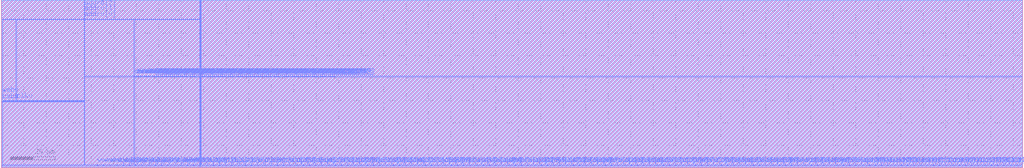
<source format=lef>
VERSION 5.4 ;
NAMESCASESENSITIVE ON ;
BUSBITCHARS "[]" ;
DIVIDERCHAR "/" ;
UNITS
  DATABASE MICRONS 2000 ;
END UNITS
MACRO mp3_data_array_1
   CLASS BLOCK ;
   SIZE 454.295 BY 74.9325 ;
   SYMMETRY X Y R90 ;
   PIN din0[0]
      DIRECTION INPUT ;
      PORT
         LAYER metal3 ;
         RECT  88.43 1.0375 88.565 1.1725 ;
      END
   END din0[0]
   PIN din0[1]
      DIRECTION INPUT ;
      PORT
         LAYER metal3 ;
         RECT  91.29 1.0375 91.425 1.1725 ;
      END
   END din0[1]
   PIN din0[2]
      DIRECTION INPUT ;
      PORT
         LAYER metal3 ;
         RECT  94.15 1.0375 94.285 1.1725 ;
      END
   END din0[2]
   PIN din0[3]
      DIRECTION INPUT ;
      PORT
         LAYER metal3 ;
         RECT  97.01 1.0375 97.145 1.1725 ;
      END
   END din0[3]
   PIN din0[4]
      DIRECTION INPUT ;
      PORT
         LAYER metal3 ;
         RECT  99.87 1.0375 100.005 1.1725 ;
      END
   END din0[4]
   PIN din0[5]
      DIRECTION INPUT ;
      PORT
         LAYER metal3 ;
         RECT  102.73 1.0375 102.865 1.1725 ;
      END
   END din0[5]
   PIN din0[6]
      DIRECTION INPUT ;
      PORT
         LAYER metal3 ;
         RECT  105.59 1.0375 105.725 1.1725 ;
      END
   END din0[6]
   PIN din0[7]
      DIRECTION INPUT ;
      PORT
         LAYER metal3 ;
         RECT  108.45 1.0375 108.585 1.1725 ;
      END
   END din0[7]
   PIN din0[8]
      DIRECTION INPUT ;
      PORT
         LAYER metal3 ;
         RECT  111.31 1.0375 111.445 1.1725 ;
      END
   END din0[8]
   PIN din0[9]
      DIRECTION INPUT ;
      PORT
         LAYER metal3 ;
         RECT  114.17 1.0375 114.305 1.1725 ;
      END
   END din0[9]
   PIN din0[10]
      DIRECTION INPUT ;
      PORT
         LAYER metal3 ;
         RECT  117.03 1.0375 117.165 1.1725 ;
      END
   END din0[10]
   PIN din0[11]
      DIRECTION INPUT ;
      PORT
         LAYER metal3 ;
         RECT  119.89 1.0375 120.025 1.1725 ;
      END
   END din0[11]
   PIN din0[12]
      DIRECTION INPUT ;
      PORT
         LAYER metal3 ;
         RECT  122.75 1.0375 122.885 1.1725 ;
      END
   END din0[12]
   PIN din0[13]
      DIRECTION INPUT ;
      PORT
         LAYER metal3 ;
         RECT  125.61 1.0375 125.745 1.1725 ;
      END
   END din0[13]
   PIN din0[14]
      DIRECTION INPUT ;
      PORT
         LAYER metal3 ;
         RECT  128.47 1.0375 128.605 1.1725 ;
      END
   END din0[14]
   PIN din0[15]
      DIRECTION INPUT ;
      PORT
         LAYER metal3 ;
         RECT  131.33 1.0375 131.465 1.1725 ;
      END
   END din0[15]
   PIN din0[16]
      DIRECTION INPUT ;
      PORT
         LAYER metal3 ;
         RECT  134.19 1.0375 134.325 1.1725 ;
      END
   END din0[16]
   PIN din0[17]
      DIRECTION INPUT ;
      PORT
         LAYER metal3 ;
         RECT  137.05 1.0375 137.185 1.1725 ;
      END
   END din0[17]
   PIN din0[18]
      DIRECTION INPUT ;
      PORT
         LAYER metal3 ;
         RECT  139.91 1.0375 140.045 1.1725 ;
      END
   END din0[18]
   PIN din0[19]
      DIRECTION INPUT ;
      PORT
         LAYER metal3 ;
         RECT  142.77 1.0375 142.905 1.1725 ;
      END
   END din0[19]
   PIN din0[20]
      DIRECTION INPUT ;
      PORT
         LAYER metal3 ;
         RECT  145.63 1.0375 145.765 1.1725 ;
      END
   END din0[20]
   PIN din0[21]
      DIRECTION INPUT ;
      PORT
         LAYER metal3 ;
         RECT  148.49 1.0375 148.625 1.1725 ;
      END
   END din0[21]
   PIN din0[22]
      DIRECTION INPUT ;
      PORT
         LAYER metal3 ;
         RECT  151.35 1.0375 151.485 1.1725 ;
      END
   END din0[22]
   PIN din0[23]
      DIRECTION INPUT ;
      PORT
         LAYER metal3 ;
         RECT  154.21 1.0375 154.345 1.1725 ;
      END
   END din0[23]
   PIN din0[24]
      DIRECTION INPUT ;
      PORT
         LAYER metal3 ;
         RECT  157.07 1.0375 157.205 1.1725 ;
      END
   END din0[24]
   PIN din0[25]
      DIRECTION INPUT ;
      PORT
         LAYER metal3 ;
         RECT  159.93 1.0375 160.065 1.1725 ;
      END
   END din0[25]
   PIN din0[26]
      DIRECTION INPUT ;
      PORT
         LAYER metal3 ;
         RECT  162.79 1.0375 162.925 1.1725 ;
      END
   END din0[26]
   PIN din0[27]
      DIRECTION INPUT ;
      PORT
         LAYER metal3 ;
         RECT  165.65 1.0375 165.785 1.1725 ;
      END
   END din0[27]
   PIN din0[28]
      DIRECTION INPUT ;
      PORT
         LAYER metal3 ;
         RECT  168.51 1.0375 168.645 1.1725 ;
      END
   END din0[28]
   PIN din0[29]
      DIRECTION INPUT ;
      PORT
         LAYER metal3 ;
         RECT  171.37 1.0375 171.505 1.1725 ;
      END
   END din0[29]
   PIN din0[30]
      DIRECTION INPUT ;
      PORT
         LAYER metal3 ;
         RECT  174.23 1.0375 174.365 1.1725 ;
      END
   END din0[30]
   PIN din0[31]
      DIRECTION INPUT ;
      PORT
         LAYER metal3 ;
         RECT  177.09 1.0375 177.225 1.1725 ;
      END
   END din0[31]
   PIN din0[32]
      DIRECTION INPUT ;
      PORT
         LAYER metal3 ;
         RECT  179.95 1.0375 180.085 1.1725 ;
      END
   END din0[32]
   PIN din0[33]
      DIRECTION INPUT ;
      PORT
         LAYER metal3 ;
         RECT  182.81 1.0375 182.945 1.1725 ;
      END
   END din0[33]
   PIN din0[34]
      DIRECTION INPUT ;
      PORT
         LAYER metal3 ;
         RECT  185.67 1.0375 185.805 1.1725 ;
      END
   END din0[34]
   PIN din0[35]
      DIRECTION INPUT ;
      PORT
         LAYER metal3 ;
         RECT  188.53 1.0375 188.665 1.1725 ;
      END
   END din0[35]
   PIN din0[36]
      DIRECTION INPUT ;
      PORT
         LAYER metal3 ;
         RECT  191.39 1.0375 191.525 1.1725 ;
      END
   END din0[36]
   PIN din0[37]
      DIRECTION INPUT ;
      PORT
         LAYER metal3 ;
         RECT  194.25 1.0375 194.385 1.1725 ;
      END
   END din0[37]
   PIN din0[38]
      DIRECTION INPUT ;
      PORT
         LAYER metal3 ;
         RECT  197.11 1.0375 197.245 1.1725 ;
      END
   END din0[38]
   PIN din0[39]
      DIRECTION INPUT ;
      PORT
         LAYER metal3 ;
         RECT  199.97 1.0375 200.105 1.1725 ;
      END
   END din0[39]
   PIN din0[40]
      DIRECTION INPUT ;
      PORT
         LAYER metal3 ;
         RECT  202.83 1.0375 202.965 1.1725 ;
      END
   END din0[40]
   PIN din0[41]
      DIRECTION INPUT ;
      PORT
         LAYER metal3 ;
         RECT  205.69 1.0375 205.825 1.1725 ;
      END
   END din0[41]
   PIN din0[42]
      DIRECTION INPUT ;
      PORT
         LAYER metal3 ;
         RECT  208.55 1.0375 208.685 1.1725 ;
      END
   END din0[42]
   PIN din0[43]
      DIRECTION INPUT ;
      PORT
         LAYER metal3 ;
         RECT  211.41 1.0375 211.545 1.1725 ;
      END
   END din0[43]
   PIN din0[44]
      DIRECTION INPUT ;
      PORT
         LAYER metal3 ;
         RECT  214.27 1.0375 214.405 1.1725 ;
      END
   END din0[44]
   PIN din0[45]
      DIRECTION INPUT ;
      PORT
         LAYER metal3 ;
         RECT  217.13 1.0375 217.265 1.1725 ;
      END
   END din0[45]
   PIN din0[46]
      DIRECTION INPUT ;
      PORT
         LAYER metal3 ;
         RECT  219.99 1.0375 220.125 1.1725 ;
      END
   END din0[46]
   PIN din0[47]
      DIRECTION INPUT ;
      PORT
         LAYER metal3 ;
         RECT  222.85 1.0375 222.985 1.1725 ;
      END
   END din0[47]
   PIN din0[48]
      DIRECTION INPUT ;
      PORT
         LAYER metal3 ;
         RECT  225.71 1.0375 225.845 1.1725 ;
      END
   END din0[48]
   PIN din0[49]
      DIRECTION INPUT ;
      PORT
         LAYER metal3 ;
         RECT  228.57 1.0375 228.705 1.1725 ;
      END
   END din0[49]
   PIN din0[50]
      DIRECTION INPUT ;
      PORT
         LAYER metal3 ;
         RECT  231.43 1.0375 231.565 1.1725 ;
      END
   END din0[50]
   PIN din0[51]
      DIRECTION INPUT ;
      PORT
         LAYER metal3 ;
         RECT  234.29 1.0375 234.425 1.1725 ;
      END
   END din0[51]
   PIN din0[52]
      DIRECTION INPUT ;
      PORT
         LAYER metal3 ;
         RECT  237.15 1.0375 237.285 1.1725 ;
      END
   END din0[52]
   PIN din0[53]
      DIRECTION INPUT ;
      PORT
         LAYER metal3 ;
         RECT  240.01 1.0375 240.145 1.1725 ;
      END
   END din0[53]
   PIN din0[54]
      DIRECTION INPUT ;
      PORT
         LAYER metal3 ;
         RECT  242.87 1.0375 243.005 1.1725 ;
      END
   END din0[54]
   PIN din0[55]
      DIRECTION INPUT ;
      PORT
         LAYER metal3 ;
         RECT  245.73 1.0375 245.865 1.1725 ;
      END
   END din0[55]
   PIN din0[56]
      DIRECTION INPUT ;
      PORT
         LAYER metal3 ;
         RECT  248.59 1.0375 248.725 1.1725 ;
      END
   END din0[56]
   PIN din0[57]
      DIRECTION INPUT ;
      PORT
         LAYER metal3 ;
         RECT  251.45 1.0375 251.585 1.1725 ;
      END
   END din0[57]
   PIN din0[58]
      DIRECTION INPUT ;
      PORT
         LAYER metal3 ;
         RECT  254.31 1.0375 254.445 1.1725 ;
      END
   END din0[58]
   PIN din0[59]
      DIRECTION INPUT ;
      PORT
         LAYER metal3 ;
         RECT  257.17 1.0375 257.305 1.1725 ;
      END
   END din0[59]
   PIN din0[60]
      DIRECTION INPUT ;
      PORT
         LAYER metal3 ;
         RECT  260.03 1.0375 260.165 1.1725 ;
      END
   END din0[60]
   PIN din0[61]
      DIRECTION INPUT ;
      PORT
         LAYER metal3 ;
         RECT  262.89 1.0375 263.025 1.1725 ;
      END
   END din0[61]
   PIN din0[62]
      DIRECTION INPUT ;
      PORT
         LAYER metal3 ;
         RECT  265.75 1.0375 265.885 1.1725 ;
      END
   END din0[62]
   PIN din0[63]
      DIRECTION INPUT ;
      PORT
         LAYER metal3 ;
         RECT  268.61 1.0375 268.745 1.1725 ;
      END
   END din0[63]
   PIN din0[64]
      DIRECTION INPUT ;
      PORT
         LAYER metal3 ;
         RECT  271.47 1.0375 271.605 1.1725 ;
      END
   END din0[64]
   PIN din0[65]
      DIRECTION INPUT ;
      PORT
         LAYER metal3 ;
         RECT  274.33 1.0375 274.465 1.1725 ;
      END
   END din0[65]
   PIN din0[66]
      DIRECTION INPUT ;
      PORT
         LAYER metal3 ;
         RECT  277.19 1.0375 277.325 1.1725 ;
      END
   END din0[66]
   PIN din0[67]
      DIRECTION INPUT ;
      PORT
         LAYER metal3 ;
         RECT  280.05 1.0375 280.185 1.1725 ;
      END
   END din0[67]
   PIN din0[68]
      DIRECTION INPUT ;
      PORT
         LAYER metal3 ;
         RECT  282.91 1.0375 283.045 1.1725 ;
      END
   END din0[68]
   PIN din0[69]
      DIRECTION INPUT ;
      PORT
         LAYER metal3 ;
         RECT  285.77 1.0375 285.905 1.1725 ;
      END
   END din0[69]
   PIN din0[70]
      DIRECTION INPUT ;
      PORT
         LAYER metal3 ;
         RECT  288.63 1.0375 288.765 1.1725 ;
      END
   END din0[70]
   PIN din0[71]
      DIRECTION INPUT ;
      PORT
         LAYER metal3 ;
         RECT  291.49 1.0375 291.625 1.1725 ;
      END
   END din0[71]
   PIN din0[72]
      DIRECTION INPUT ;
      PORT
         LAYER metal3 ;
         RECT  294.35 1.0375 294.485 1.1725 ;
      END
   END din0[72]
   PIN din0[73]
      DIRECTION INPUT ;
      PORT
         LAYER metal3 ;
         RECT  297.21 1.0375 297.345 1.1725 ;
      END
   END din0[73]
   PIN din0[74]
      DIRECTION INPUT ;
      PORT
         LAYER metal3 ;
         RECT  300.07 1.0375 300.205 1.1725 ;
      END
   END din0[74]
   PIN din0[75]
      DIRECTION INPUT ;
      PORT
         LAYER metal3 ;
         RECT  302.93 1.0375 303.065 1.1725 ;
      END
   END din0[75]
   PIN din0[76]
      DIRECTION INPUT ;
      PORT
         LAYER metal3 ;
         RECT  305.79 1.0375 305.925 1.1725 ;
      END
   END din0[76]
   PIN din0[77]
      DIRECTION INPUT ;
      PORT
         LAYER metal3 ;
         RECT  308.65 1.0375 308.785 1.1725 ;
      END
   END din0[77]
   PIN din0[78]
      DIRECTION INPUT ;
      PORT
         LAYER metal3 ;
         RECT  311.51 1.0375 311.645 1.1725 ;
      END
   END din0[78]
   PIN din0[79]
      DIRECTION INPUT ;
      PORT
         LAYER metal3 ;
         RECT  314.37 1.0375 314.505 1.1725 ;
      END
   END din0[79]
   PIN din0[80]
      DIRECTION INPUT ;
      PORT
         LAYER metal3 ;
         RECT  317.23 1.0375 317.365 1.1725 ;
      END
   END din0[80]
   PIN din0[81]
      DIRECTION INPUT ;
      PORT
         LAYER metal3 ;
         RECT  320.09 1.0375 320.225 1.1725 ;
      END
   END din0[81]
   PIN din0[82]
      DIRECTION INPUT ;
      PORT
         LAYER metal3 ;
         RECT  322.95 1.0375 323.085 1.1725 ;
      END
   END din0[82]
   PIN din0[83]
      DIRECTION INPUT ;
      PORT
         LAYER metal3 ;
         RECT  325.81 1.0375 325.945 1.1725 ;
      END
   END din0[83]
   PIN din0[84]
      DIRECTION INPUT ;
      PORT
         LAYER metal3 ;
         RECT  328.67 1.0375 328.805 1.1725 ;
      END
   END din0[84]
   PIN din0[85]
      DIRECTION INPUT ;
      PORT
         LAYER metal3 ;
         RECT  331.53 1.0375 331.665 1.1725 ;
      END
   END din0[85]
   PIN din0[86]
      DIRECTION INPUT ;
      PORT
         LAYER metal3 ;
         RECT  334.39 1.0375 334.525 1.1725 ;
      END
   END din0[86]
   PIN din0[87]
      DIRECTION INPUT ;
      PORT
         LAYER metal3 ;
         RECT  337.25 1.0375 337.385 1.1725 ;
      END
   END din0[87]
   PIN din0[88]
      DIRECTION INPUT ;
      PORT
         LAYER metal3 ;
         RECT  340.11 1.0375 340.245 1.1725 ;
      END
   END din0[88]
   PIN din0[89]
      DIRECTION INPUT ;
      PORT
         LAYER metal3 ;
         RECT  342.97 1.0375 343.105 1.1725 ;
      END
   END din0[89]
   PIN din0[90]
      DIRECTION INPUT ;
      PORT
         LAYER metal3 ;
         RECT  345.83 1.0375 345.965 1.1725 ;
      END
   END din0[90]
   PIN din0[91]
      DIRECTION INPUT ;
      PORT
         LAYER metal3 ;
         RECT  348.69 1.0375 348.825 1.1725 ;
      END
   END din0[91]
   PIN din0[92]
      DIRECTION INPUT ;
      PORT
         LAYER metal3 ;
         RECT  351.55 1.0375 351.685 1.1725 ;
      END
   END din0[92]
   PIN din0[93]
      DIRECTION INPUT ;
      PORT
         LAYER metal3 ;
         RECT  354.41 1.0375 354.545 1.1725 ;
      END
   END din0[93]
   PIN din0[94]
      DIRECTION INPUT ;
      PORT
         LAYER metal3 ;
         RECT  357.27 1.0375 357.405 1.1725 ;
      END
   END din0[94]
   PIN din0[95]
      DIRECTION INPUT ;
      PORT
         LAYER metal3 ;
         RECT  360.13 1.0375 360.265 1.1725 ;
      END
   END din0[95]
   PIN din0[96]
      DIRECTION INPUT ;
      PORT
         LAYER metal3 ;
         RECT  362.99 1.0375 363.125 1.1725 ;
      END
   END din0[96]
   PIN din0[97]
      DIRECTION INPUT ;
      PORT
         LAYER metal3 ;
         RECT  365.85 1.0375 365.985 1.1725 ;
      END
   END din0[97]
   PIN din0[98]
      DIRECTION INPUT ;
      PORT
         LAYER metal3 ;
         RECT  368.71 1.0375 368.845 1.1725 ;
      END
   END din0[98]
   PIN din0[99]
      DIRECTION INPUT ;
      PORT
         LAYER metal3 ;
         RECT  371.57 1.0375 371.705 1.1725 ;
      END
   END din0[99]
   PIN din0[100]
      DIRECTION INPUT ;
      PORT
         LAYER metal3 ;
         RECT  374.43 1.0375 374.565 1.1725 ;
      END
   END din0[100]
   PIN din0[101]
      DIRECTION INPUT ;
      PORT
         LAYER metal3 ;
         RECT  377.29 1.0375 377.425 1.1725 ;
      END
   END din0[101]
   PIN din0[102]
      DIRECTION INPUT ;
      PORT
         LAYER metal3 ;
         RECT  380.15 1.0375 380.285 1.1725 ;
      END
   END din0[102]
   PIN din0[103]
      DIRECTION INPUT ;
      PORT
         LAYER metal3 ;
         RECT  383.01 1.0375 383.145 1.1725 ;
      END
   END din0[103]
   PIN din0[104]
      DIRECTION INPUT ;
      PORT
         LAYER metal3 ;
         RECT  385.87 1.0375 386.005 1.1725 ;
      END
   END din0[104]
   PIN din0[105]
      DIRECTION INPUT ;
      PORT
         LAYER metal3 ;
         RECT  388.73 1.0375 388.865 1.1725 ;
      END
   END din0[105]
   PIN din0[106]
      DIRECTION INPUT ;
      PORT
         LAYER metal3 ;
         RECT  391.59 1.0375 391.725 1.1725 ;
      END
   END din0[106]
   PIN din0[107]
      DIRECTION INPUT ;
      PORT
         LAYER metal3 ;
         RECT  394.45 1.0375 394.585 1.1725 ;
      END
   END din0[107]
   PIN din0[108]
      DIRECTION INPUT ;
      PORT
         LAYER metal3 ;
         RECT  397.31 1.0375 397.445 1.1725 ;
      END
   END din0[108]
   PIN din0[109]
      DIRECTION INPUT ;
      PORT
         LAYER metal3 ;
         RECT  400.17 1.0375 400.305 1.1725 ;
      END
   END din0[109]
   PIN din0[110]
      DIRECTION INPUT ;
      PORT
         LAYER metal3 ;
         RECT  403.03 1.0375 403.165 1.1725 ;
      END
   END din0[110]
   PIN din0[111]
      DIRECTION INPUT ;
      PORT
         LAYER metal3 ;
         RECT  405.89 1.0375 406.025 1.1725 ;
      END
   END din0[111]
   PIN din0[112]
      DIRECTION INPUT ;
      PORT
         LAYER metal3 ;
         RECT  408.75 1.0375 408.885 1.1725 ;
      END
   END din0[112]
   PIN din0[113]
      DIRECTION INPUT ;
      PORT
         LAYER metal3 ;
         RECT  411.61 1.0375 411.745 1.1725 ;
      END
   END din0[113]
   PIN din0[114]
      DIRECTION INPUT ;
      PORT
         LAYER metal3 ;
         RECT  414.47 1.0375 414.605 1.1725 ;
      END
   END din0[114]
   PIN din0[115]
      DIRECTION INPUT ;
      PORT
         LAYER metal3 ;
         RECT  417.33 1.0375 417.465 1.1725 ;
      END
   END din0[115]
   PIN din0[116]
      DIRECTION INPUT ;
      PORT
         LAYER metal3 ;
         RECT  420.19 1.0375 420.325 1.1725 ;
      END
   END din0[116]
   PIN din0[117]
      DIRECTION INPUT ;
      PORT
         LAYER metal3 ;
         RECT  423.05 1.0375 423.185 1.1725 ;
      END
   END din0[117]
   PIN din0[118]
      DIRECTION INPUT ;
      PORT
         LAYER metal3 ;
         RECT  425.91 1.0375 426.045 1.1725 ;
      END
   END din0[118]
   PIN din0[119]
      DIRECTION INPUT ;
      PORT
         LAYER metal3 ;
         RECT  428.77 1.0375 428.905 1.1725 ;
      END
   END din0[119]
   PIN din0[120]
      DIRECTION INPUT ;
      PORT
         LAYER metal3 ;
         RECT  431.63 1.0375 431.765 1.1725 ;
      END
   END din0[120]
   PIN din0[121]
      DIRECTION INPUT ;
      PORT
         LAYER metal3 ;
         RECT  434.49 1.0375 434.625 1.1725 ;
      END
   END din0[121]
   PIN din0[122]
      DIRECTION INPUT ;
      PORT
         LAYER metal3 ;
         RECT  437.35 1.0375 437.485 1.1725 ;
      END
   END din0[122]
   PIN din0[123]
      DIRECTION INPUT ;
      PORT
         LAYER metal3 ;
         RECT  440.21 1.0375 440.345 1.1725 ;
      END
   END din0[123]
   PIN din0[124]
      DIRECTION INPUT ;
      PORT
         LAYER metal3 ;
         RECT  443.07 1.0375 443.205 1.1725 ;
      END
   END din0[124]
   PIN din0[125]
      DIRECTION INPUT ;
      PORT
         LAYER metal3 ;
         RECT  445.93 1.0375 446.065 1.1725 ;
      END
   END din0[125]
   PIN din0[126]
      DIRECTION INPUT ;
      PORT
         LAYER metal3 ;
         RECT  448.79 1.0375 448.925 1.1725 ;
      END
   END din0[126]
   PIN din0[127]
      DIRECTION INPUT ;
      PORT
         LAYER metal3 ;
         RECT  451.65 1.0375 451.785 1.1725 ;
      END
   END din0[127]
   PIN addr0[0]
      DIRECTION INPUT ;
      PORT
         LAYER metal3 ;
         RECT  36.95 66.09 37.085 66.225 ;
      END
   END addr0[0]
   PIN addr0[1]
      DIRECTION INPUT ;
      PORT
         LAYER metal3 ;
         RECT  36.95 68.82 37.085 68.955 ;
      END
   END addr0[1]
   PIN addr0[2]
      DIRECTION INPUT ;
      PORT
         LAYER metal3 ;
         RECT  36.95 71.03 37.085 71.165 ;
      END
   END addr0[2]
   PIN addr0[3]
      DIRECTION INPUT ;
      PORT
         LAYER metal3 ;
         RECT  36.95 73.76 37.085 73.895 ;
      END
   END addr0[3]
   PIN csb0
      DIRECTION INPUT ;
      PORT
         LAYER metal3 ;
         RECT  0.285 29.56 0.42 29.695 ;
      END
   END csb0
   PIN web0
      DIRECTION INPUT ;
      PORT
         LAYER metal3 ;
         RECT  0.285 32.29 0.42 32.425 ;
      END
   END web0
   PIN clk0
      DIRECTION INPUT ;
      PORT
         LAYER metal3 ;
         RECT  6.5275 29.645 6.6625 29.78 ;
      END
   END clk0
   PIN wmask0[0]
      DIRECTION INPUT ;
      PORT
         LAYER metal3 ;
         RECT  42.67 1.0375 42.805 1.1725 ;
      END
   END wmask0[0]
   PIN wmask0[1]
      DIRECTION INPUT ;
      PORT
         LAYER metal3 ;
         RECT  45.53 1.0375 45.665 1.1725 ;
      END
   END wmask0[1]
   PIN wmask0[2]
      DIRECTION INPUT ;
      PORT
         LAYER metal3 ;
         RECT  48.39 1.0375 48.525 1.1725 ;
      END
   END wmask0[2]
   PIN wmask0[3]
      DIRECTION INPUT ;
      PORT
         LAYER metal3 ;
         RECT  51.25 1.0375 51.385 1.1725 ;
      END
   END wmask0[3]
   PIN wmask0[4]
      DIRECTION INPUT ;
      PORT
         LAYER metal3 ;
         RECT  54.11 1.0375 54.245 1.1725 ;
      END
   END wmask0[4]
   PIN wmask0[5]
      DIRECTION INPUT ;
      PORT
         LAYER metal3 ;
         RECT  56.97 1.0375 57.105 1.1725 ;
      END
   END wmask0[5]
   PIN wmask0[6]
      DIRECTION INPUT ;
      PORT
         LAYER metal3 ;
         RECT  59.83 1.0375 59.965 1.1725 ;
      END
   END wmask0[6]
   PIN wmask0[7]
      DIRECTION INPUT ;
      PORT
         LAYER metal3 ;
         RECT  62.69 1.0375 62.825 1.1725 ;
      END
   END wmask0[7]
   PIN wmask0[8]
      DIRECTION INPUT ;
      PORT
         LAYER metal3 ;
         RECT  65.55 1.0375 65.685 1.1725 ;
      END
   END wmask0[8]
   PIN wmask0[9]
      DIRECTION INPUT ;
      PORT
         LAYER metal3 ;
         RECT  68.41 1.0375 68.545 1.1725 ;
      END
   END wmask0[9]
   PIN wmask0[10]
      DIRECTION INPUT ;
      PORT
         LAYER metal3 ;
         RECT  71.27 1.0375 71.405 1.1725 ;
      END
   END wmask0[10]
   PIN wmask0[11]
      DIRECTION INPUT ;
      PORT
         LAYER metal3 ;
         RECT  74.13 1.0375 74.265 1.1725 ;
      END
   END wmask0[11]
   PIN wmask0[12]
      DIRECTION INPUT ;
      PORT
         LAYER metal3 ;
         RECT  76.99 1.0375 77.125 1.1725 ;
      END
   END wmask0[12]
   PIN wmask0[13]
      DIRECTION INPUT ;
      PORT
         LAYER metal3 ;
         RECT  79.85 1.0375 79.985 1.1725 ;
      END
   END wmask0[13]
   PIN wmask0[14]
      DIRECTION INPUT ;
      PORT
         LAYER metal3 ;
         RECT  82.71 1.0375 82.845 1.1725 ;
      END
   END wmask0[14]
   PIN wmask0[15]
      DIRECTION INPUT ;
      PORT
         LAYER metal3 ;
         RECT  85.57 1.0375 85.705 1.1725 ;
      END
   END wmask0[15]
   PIN dout0[0]
      DIRECTION OUTPUT ;
      PORT
         LAYER metal3 ;
         RECT  58.995 40.7025 59.13 40.8375 ;
      END
   END dout0[0]
   PIN dout0[1]
      DIRECTION OUTPUT ;
      PORT
         LAYER metal3 ;
         RECT  59.7 40.7025 59.835 40.8375 ;
      END
   END dout0[1]
   PIN dout0[2]
      DIRECTION OUTPUT ;
      PORT
         LAYER metal3 ;
         RECT  60.405 40.7025 60.54 40.8375 ;
      END
   END dout0[2]
   PIN dout0[3]
      DIRECTION OUTPUT ;
      PORT
         LAYER metal3 ;
         RECT  61.11 40.7025 61.245 40.8375 ;
      END
   END dout0[3]
   PIN dout0[4]
      DIRECTION OUTPUT ;
      PORT
         LAYER metal3 ;
         RECT  61.815 40.7025 61.95 40.8375 ;
      END
   END dout0[4]
   PIN dout0[5]
      DIRECTION OUTPUT ;
      PORT
         LAYER metal3 ;
         RECT  62.52 40.7025 62.655 40.8375 ;
      END
   END dout0[5]
   PIN dout0[6]
      DIRECTION OUTPUT ;
      PORT
         LAYER metal3 ;
         RECT  63.225 40.7025 63.36 40.8375 ;
      END
   END dout0[6]
   PIN dout0[7]
      DIRECTION OUTPUT ;
      PORT
         LAYER metal3 ;
         RECT  63.93 40.7025 64.065 40.8375 ;
      END
   END dout0[7]
   PIN dout0[8]
      DIRECTION OUTPUT ;
      PORT
         LAYER metal3 ;
         RECT  64.635 40.7025 64.77 40.8375 ;
      END
   END dout0[8]
   PIN dout0[9]
      DIRECTION OUTPUT ;
      PORT
         LAYER metal3 ;
         RECT  65.34 40.7025 65.475 40.8375 ;
      END
   END dout0[9]
   PIN dout0[10]
      DIRECTION OUTPUT ;
      PORT
         LAYER metal3 ;
         RECT  66.045 40.7025 66.18 40.8375 ;
      END
   END dout0[10]
   PIN dout0[11]
      DIRECTION OUTPUT ;
      PORT
         LAYER metal3 ;
         RECT  66.75 40.7025 66.885 40.8375 ;
      END
   END dout0[11]
   PIN dout0[12]
      DIRECTION OUTPUT ;
      PORT
         LAYER metal3 ;
         RECT  67.455 40.7025 67.59 40.8375 ;
      END
   END dout0[12]
   PIN dout0[13]
      DIRECTION OUTPUT ;
      PORT
         LAYER metal3 ;
         RECT  68.16 40.7025 68.295 40.8375 ;
      END
   END dout0[13]
   PIN dout0[14]
      DIRECTION OUTPUT ;
      PORT
         LAYER metal3 ;
         RECT  68.865 40.7025 69.0 40.8375 ;
      END
   END dout0[14]
   PIN dout0[15]
      DIRECTION OUTPUT ;
      PORT
         LAYER metal3 ;
         RECT  69.57 40.7025 69.705 40.8375 ;
      END
   END dout0[15]
   PIN dout0[16]
      DIRECTION OUTPUT ;
      PORT
         LAYER metal3 ;
         RECT  70.275 40.7025 70.41 40.8375 ;
      END
   END dout0[16]
   PIN dout0[17]
      DIRECTION OUTPUT ;
      PORT
         LAYER metal3 ;
         RECT  70.98 40.7025 71.115 40.8375 ;
      END
   END dout0[17]
   PIN dout0[18]
      DIRECTION OUTPUT ;
      PORT
         LAYER metal3 ;
         RECT  71.685 40.7025 71.82 40.8375 ;
      END
   END dout0[18]
   PIN dout0[19]
      DIRECTION OUTPUT ;
      PORT
         LAYER metal3 ;
         RECT  72.39 40.7025 72.525 40.8375 ;
      END
   END dout0[19]
   PIN dout0[20]
      DIRECTION OUTPUT ;
      PORT
         LAYER metal3 ;
         RECT  73.095 40.7025 73.23 40.8375 ;
      END
   END dout0[20]
   PIN dout0[21]
      DIRECTION OUTPUT ;
      PORT
         LAYER metal3 ;
         RECT  73.8 40.7025 73.935 40.8375 ;
      END
   END dout0[21]
   PIN dout0[22]
      DIRECTION OUTPUT ;
      PORT
         LAYER metal3 ;
         RECT  74.505 40.7025 74.64 40.8375 ;
      END
   END dout0[22]
   PIN dout0[23]
      DIRECTION OUTPUT ;
      PORT
         LAYER metal3 ;
         RECT  75.21 40.7025 75.345 40.8375 ;
      END
   END dout0[23]
   PIN dout0[24]
      DIRECTION OUTPUT ;
      PORT
         LAYER metal3 ;
         RECT  75.915 40.7025 76.05 40.8375 ;
      END
   END dout0[24]
   PIN dout0[25]
      DIRECTION OUTPUT ;
      PORT
         LAYER metal3 ;
         RECT  76.62 40.7025 76.755 40.8375 ;
      END
   END dout0[25]
   PIN dout0[26]
      DIRECTION OUTPUT ;
      PORT
         LAYER metal3 ;
         RECT  77.325 40.7025 77.46 40.8375 ;
      END
   END dout0[26]
   PIN dout0[27]
      DIRECTION OUTPUT ;
      PORT
         LAYER metal3 ;
         RECT  78.03 40.7025 78.165 40.8375 ;
      END
   END dout0[27]
   PIN dout0[28]
      DIRECTION OUTPUT ;
      PORT
         LAYER metal3 ;
         RECT  78.735 40.7025 78.87 40.8375 ;
      END
   END dout0[28]
   PIN dout0[29]
      DIRECTION OUTPUT ;
      PORT
         LAYER metal3 ;
         RECT  79.44 40.7025 79.575 40.8375 ;
      END
   END dout0[29]
   PIN dout0[30]
      DIRECTION OUTPUT ;
      PORT
         LAYER metal3 ;
         RECT  80.145 40.7025 80.28 40.8375 ;
      END
   END dout0[30]
   PIN dout0[31]
      DIRECTION OUTPUT ;
      PORT
         LAYER metal3 ;
         RECT  80.85 40.7025 80.985 40.8375 ;
      END
   END dout0[31]
   PIN dout0[32]
      DIRECTION OUTPUT ;
      PORT
         LAYER metal3 ;
         RECT  81.555 40.7025 81.69 40.8375 ;
      END
   END dout0[32]
   PIN dout0[33]
      DIRECTION OUTPUT ;
      PORT
         LAYER metal3 ;
         RECT  82.26 40.7025 82.395 40.8375 ;
      END
   END dout0[33]
   PIN dout0[34]
      DIRECTION OUTPUT ;
      PORT
         LAYER metal3 ;
         RECT  82.965 40.7025 83.1 40.8375 ;
      END
   END dout0[34]
   PIN dout0[35]
      DIRECTION OUTPUT ;
      PORT
         LAYER metal3 ;
         RECT  83.67 40.7025 83.805 40.8375 ;
      END
   END dout0[35]
   PIN dout0[36]
      DIRECTION OUTPUT ;
      PORT
         LAYER metal3 ;
         RECT  84.375 40.7025 84.51 40.8375 ;
      END
   END dout0[36]
   PIN dout0[37]
      DIRECTION OUTPUT ;
      PORT
         LAYER metal3 ;
         RECT  85.08 40.7025 85.215 40.8375 ;
      END
   END dout0[37]
   PIN dout0[38]
      DIRECTION OUTPUT ;
      PORT
         LAYER metal3 ;
         RECT  85.785 40.7025 85.92 40.8375 ;
      END
   END dout0[38]
   PIN dout0[39]
      DIRECTION OUTPUT ;
      PORT
         LAYER metal3 ;
         RECT  86.49 40.7025 86.625 40.8375 ;
      END
   END dout0[39]
   PIN dout0[40]
      DIRECTION OUTPUT ;
      PORT
         LAYER metal3 ;
         RECT  87.195 40.7025 87.33 40.8375 ;
      END
   END dout0[40]
   PIN dout0[41]
      DIRECTION OUTPUT ;
      PORT
         LAYER metal3 ;
         RECT  87.9 40.7025 88.035 40.8375 ;
      END
   END dout0[41]
   PIN dout0[42]
      DIRECTION OUTPUT ;
      PORT
         LAYER metal3 ;
         RECT  88.605 40.7025 88.74 40.8375 ;
      END
   END dout0[42]
   PIN dout0[43]
      DIRECTION OUTPUT ;
      PORT
         LAYER metal3 ;
         RECT  89.31 40.7025 89.445 40.8375 ;
      END
   END dout0[43]
   PIN dout0[44]
      DIRECTION OUTPUT ;
      PORT
         LAYER metal3 ;
         RECT  90.015 40.7025 90.15 40.8375 ;
      END
   END dout0[44]
   PIN dout0[45]
      DIRECTION OUTPUT ;
      PORT
         LAYER metal3 ;
         RECT  90.72 40.7025 90.855 40.8375 ;
      END
   END dout0[45]
   PIN dout0[46]
      DIRECTION OUTPUT ;
      PORT
         LAYER metal3 ;
         RECT  91.425 40.7025 91.56 40.8375 ;
      END
   END dout0[46]
   PIN dout0[47]
      DIRECTION OUTPUT ;
      PORT
         LAYER metal3 ;
         RECT  92.13 40.7025 92.265 40.8375 ;
      END
   END dout0[47]
   PIN dout0[48]
      DIRECTION OUTPUT ;
      PORT
         LAYER metal3 ;
         RECT  92.835 40.7025 92.97 40.8375 ;
      END
   END dout0[48]
   PIN dout0[49]
      DIRECTION OUTPUT ;
      PORT
         LAYER metal3 ;
         RECT  93.54 40.7025 93.675 40.8375 ;
      END
   END dout0[49]
   PIN dout0[50]
      DIRECTION OUTPUT ;
      PORT
         LAYER metal3 ;
         RECT  94.245 40.7025 94.38 40.8375 ;
      END
   END dout0[50]
   PIN dout0[51]
      DIRECTION OUTPUT ;
      PORT
         LAYER metal3 ;
         RECT  94.95 40.7025 95.085 40.8375 ;
      END
   END dout0[51]
   PIN dout0[52]
      DIRECTION OUTPUT ;
      PORT
         LAYER metal3 ;
         RECT  95.655 40.7025 95.79 40.8375 ;
      END
   END dout0[52]
   PIN dout0[53]
      DIRECTION OUTPUT ;
      PORT
         LAYER metal3 ;
         RECT  96.36 40.7025 96.495 40.8375 ;
      END
   END dout0[53]
   PIN dout0[54]
      DIRECTION OUTPUT ;
      PORT
         LAYER metal3 ;
         RECT  97.065 40.7025 97.2 40.8375 ;
      END
   END dout0[54]
   PIN dout0[55]
      DIRECTION OUTPUT ;
      PORT
         LAYER metal3 ;
         RECT  97.77 40.7025 97.905 40.8375 ;
      END
   END dout0[55]
   PIN dout0[56]
      DIRECTION OUTPUT ;
      PORT
         LAYER metal3 ;
         RECT  98.475 40.7025 98.61 40.8375 ;
      END
   END dout0[56]
   PIN dout0[57]
      DIRECTION OUTPUT ;
      PORT
         LAYER metal3 ;
         RECT  99.18 40.7025 99.315 40.8375 ;
      END
   END dout0[57]
   PIN dout0[58]
      DIRECTION OUTPUT ;
      PORT
         LAYER metal3 ;
         RECT  99.885 40.7025 100.02 40.8375 ;
      END
   END dout0[58]
   PIN dout0[59]
      DIRECTION OUTPUT ;
      PORT
         LAYER metal3 ;
         RECT  100.59 40.7025 100.725 40.8375 ;
      END
   END dout0[59]
   PIN dout0[60]
      DIRECTION OUTPUT ;
      PORT
         LAYER metal3 ;
         RECT  101.295 40.7025 101.43 40.8375 ;
      END
   END dout0[60]
   PIN dout0[61]
      DIRECTION OUTPUT ;
      PORT
         LAYER metal3 ;
         RECT  102.0 40.7025 102.135 40.8375 ;
      END
   END dout0[61]
   PIN dout0[62]
      DIRECTION OUTPUT ;
      PORT
         LAYER metal3 ;
         RECT  102.705 40.7025 102.84 40.8375 ;
      END
   END dout0[62]
   PIN dout0[63]
      DIRECTION OUTPUT ;
      PORT
         LAYER metal3 ;
         RECT  103.41 40.7025 103.545 40.8375 ;
      END
   END dout0[63]
   PIN dout0[64]
      DIRECTION OUTPUT ;
      PORT
         LAYER metal3 ;
         RECT  104.115 40.7025 104.25 40.8375 ;
      END
   END dout0[64]
   PIN dout0[65]
      DIRECTION OUTPUT ;
      PORT
         LAYER metal3 ;
         RECT  104.82 40.7025 104.955 40.8375 ;
      END
   END dout0[65]
   PIN dout0[66]
      DIRECTION OUTPUT ;
      PORT
         LAYER metal3 ;
         RECT  105.525 40.7025 105.66 40.8375 ;
      END
   END dout0[66]
   PIN dout0[67]
      DIRECTION OUTPUT ;
      PORT
         LAYER metal3 ;
         RECT  106.23 40.7025 106.365 40.8375 ;
      END
   END dout0[67]
   PIN dout0[68]
      DIRECTION OUTPUT ;
      PORT
         LAYER metal3 ;
         RECT  106.935 40.7025 107.07 40.8375 ;
      END
   END dout0[68]
   PIN dout0[69]
      DIRECTION OUTPUT ;
      PORT
         LAYER metal3 ;
         RECT  107.64 40.7025 107.775 40.8375 ;
      END
   END dout0[69]
   PIN dout0[70]
      DIRECTION OUTPUT ;
      PORT
         LAYER metal3 ;
         RECT  108.345 40.7025 108.48 40.8375 ;
      END
   END dout0[70]
   PIN dout0[71]
      DIRECTION OUTPUT ;
      PORT
         LAYER metal3 ;
         RECT  109.05 40.7025 109.185 40.8375 ;
      END
   END dout0[71]
   PIN dout0[72]
      DIRECTION OUTPUT ;
      PORT
         LAYER metal3 ;
         RECT  109.755 40.7025 109.89 40.8375 ;
      END
   END dout0[72]
   PIN dout0[73]
      DIRECTION OUTPUT ;
      PORT
         LAYER metal3 ;
         RECT  110.46 40.7025 110.595 40.8375 ;
      END
   END dout0[73]
   PIN dout0[74]
      DIRECTION OUTPUT ;
      PORT
         LAYER metal3 ;
         RECT  111.165 40.7025 111.3 40.8375 ;
      END
   END dout0[74]
   PIN dout0[75]
      DIRECTION OUTPUT ;
      PORT
         LAYER metal3 ;
         RECT  111.87 40.7025 112.005 40.8375 ;
      END
   END dout0[75]
   PIN dout0[76]
      DIRECTION OUTPUT ;
      PORT
         LAYER metal3 ;
         RECT  112.575 40.7025 112.71 40.8375 ;
      END
   END dout0[76]
   PIN dout0[77]
      DIRECTION OUTPUT ;
      PORT
         LAYER metal3 ;
         RECT  113.28 40.7025 113.415 40.8375 ;
      END
   END dout0[77]
   PIN dout0[78]
      DIRECTION OUTPUT ;
      PORT
         LAYER metal3 ;
         RECT  113.985 40.7025 114.12 40.8375 ;
      END
   END dout0[78]
   PIN dout0[79]
      DIRECTION OUTPUT ;
      PORT
         LAYER metal3 ;
         RECT  114.69 40.7025 114.825 40.8375 ;
      END
   END dout0[79]
   PIN dout0[80]
      DIRECTION OUTPUT ;
      PORT
         LAYER metal3 ;
         RECT  115.395 40.7025 115.53 40.8375 ;
      END
   END dout0[80]
   PIN dout0[81]
      DIRECTION OUTPUT ;
      PORT
         LAYER metal3 ;
         RECT  116.1 40.7025 116.235 40.8375 ;
      END
   END dout0[81]
   PIN dout0[82]
      DIRECTION OUTPUT ;
      PORT
         LAYER metal3 ;
         RECT  116.805 40.7025 116.94 40.8375 ;
      END
   END dout0[82]
   PIN dout0[83]
      DIRECTION OUTPUT ;
      PORT
         LAYER metal3 ;
         RECT  117.51 40.7025 117.645 40.8375 ;
      END
   END dout0[83]
   PIN dout0[84]
      DIRECTION OUTPUT ;
      PORT
         LAYER metal3 ;
         RECT  118.215 40.7025 118.35 40.8375 ;
      END
   END dout0[84]
   PIN dout0[85]
      DIRECTION OUTPUT ;
      PORT
         LAYER metal3 ;
         RECT  118.92 40.7025 119.055 40.8375 ;
      END
   END dout0[85]
   PIN dout0[86]
      DIRECTION OUTPUT ;
      PORT
         LAYER metal3 ;
         RECT  119.625 40.7025 119.76 40.8375 ;
      END
   END dout0[86]
   PIN dout0[87]
      DIRECTION OUTPUT ;
      PORT
         LAYER metal3 ;
         RECT  120.33 40.7025 120.465 40.8375 ;
      END
   END dout0[87]
   PIN dout0[88]
      DIRECTION OUTPUT ;
      PORT
         LAYER metal3 ;
         RECT  121.035 40.7025 121.17 40.8375 ;
      END
   END dout0[88]
   PIN dout0[89]
      DIRECTION OUTPUT ;
      PORT
         LAYER metal3 ;
         RECT  121.74 40.7025 121.875 40.8375 ;
      END
   END dout0[89]
   PIN dout0[90]
      DIRECTION OUTPUT ;
      PORT
         LAYER metal3 ;
         RECT  122.445 40.7025 122.58 40.8375 ;
      END
   END dout0[90]
   PIN dout0[91]
      DIRECTION OUTPUT ;
      PORT
         LAYER metal3 ;
         RECT  123.15 40.7025 123.285 40.8375 ;
      END
   END dout0[91]
   PIN dout0[92]
      DIRECTION OUTPUT ;
      PORT
         LAYER metal3 ;
         RECT  123.855 40.7025 123.99 40.8375 ;
      END
   END dout0[92]
   PIN dout0[93]
      DIRECTION OUTPUT ;
      PORT
         LAYER metal3 ;
         RECT  124.56 40.7025 124.695 40.8375 ;
      END
   END dout0[93]
   PIN dout0[94]
      DIRECTION OUTPUT ;
      PORT
         LAYER metal3 ;
         RECT  125.265 40.7025 125.4 40.8375 ;
      END
   END dout0[94]
   PIN dout0[95]
      DIRECTION OUTPUT ;
      PORT
         LAYER metal3 ;
         RECT  125.97 40.7025 126.105 40.8375 ;
      END
   END dout0[95]
   PIN dout0[96]
      DIRECTION OUTPUT ;
      PORT
         LAYER metal3 ;
         RECT  126.675 40.7025 126.81 40.8375 ;
      END
   END dout0[96]
   PIN dout0[97]
      DIRECTION OUTPUT ;
      PORT
         LAYER metal3 ;
         RECT  127.38 40.7025 127.515 40.8375 ;
      END
   END dout0[97]
   PIN dout0[98]
      DIRECTION OUTPUT ;
      PORT
         LAYER metal3 ;
         RECT  128.085 40.7025 128.22 40.8375 ;
      END
   END dout0[98]
   PIN dout0[99]
      DIRECTION OUTPUT ;
      PORT
         LAYER metal3 ;
         RECT  128.79 40.7025 128.925 40.8375 ;
      END
   END dout0[99]
   PIN dout0[100]
      DIRECTION OUTPUT ;
      PORT
         LAYER metal3 ;
         RECT  129.495 40.7025 129.63 40.8375 ;
      END
   END dout0[100]
   PIN dout0[101]
      DIRECTION OUTPUT ;
      PORT
         LAYER metal3 ;
         RECT  130.2 40.7025 130.335 40.8375 ;
      END
   END dout0[101]
   PIN dout0[102]
      DIRECTION OUTPUT ;
      PORT
         LAYER metal3 ;
         RECT  130.905 40.7025 131.04 40.8375 ;
      END
   END dout0[102]
   PIN dout0[103]
      DIRECTION OUTPUT ;
      PORT
         LAYER metal3 ;
         RECT  131.61 40.7025 131.745 40.8375 ;
      END
   END dout0[103]
   PIN dout0[104]
      DIRECTION OUTPUT ;
      PORT
         LAYER metal3 ;
         RECT  132.315 40.7025 132.45 40.8375 ;
      END
   END dout0[104]
   PIN dout0[105]
      DIRECTION OUTPUT ;
      PORT
         LAYER metal3 ;
         RECT  133.02 40.7025 133.155 40.8375 ;
      END
   END dout0[105]
   PIN dout0[106]
      DIRECTION OUTPUT ;
      PORT
         LAYER metal3 ;
         RECT  133.725 40.7025 133.86 40.8375 ;
      END
   END dout0[106]
   PIN dout0[107]
      DIRECTION OUTPUT ;
      PORT
         LAYER metal3 ;
         RECT  134.43 40.7025 134.565 40.8375 ;
      END
   END dout0[107]
   PIN dout0[108]
      DIRECTION OUTPUT ;
      PORT
         LAYER metal3 ;
         RECT  135.135 40.7025 135.27 40.8375 ;
      END
   END dout0[108]
   PIN dout0[109]
      DIRECTION OUTPUT ;
      PORT
         LAYER metal3 ;
         RECT  135.84 40.7025 135.975 40.8375 ;
      END
   END dout0[109]
   PIN dout0[110]
      DIRECTION OUTPUT ;
      PORT
         LAYER metal3 ;
         RECT  136.545 40.7025 136.68 40.8375 ;
      END
   END dout0[110]
   PIN dout0[111]
      DIRECTION OUTPUT ;
      PORT
         LAYER metal3 ;
         RECT  137.25 40.7025 137.385 40.8375 ;
      END
   END dout0[111]
   PIN dout0[112]
      DIRECTION OUTPUT ;
      PORT
         LAYER metal3 ;
         RECT  137.955 40.7025 138.09 40.8375 ;
      END
   END dout0[112]
   PIN dout0[113]
      DIRECTION OUTPUT ;
      PORT
         LAYER metal3 ;
         RECT  138.66 40.7025 138.795 40.8375 ;
      END
   END dout0[113]
   PIN dout0[114]
      DIRECTION OUTPUT ;
      PORT
         LAYER metal3 ;
         RECT  139.365 40.7025 139.5 40.8375 ;
      END
   END dout0[114]
   PIN dout0[115]
      DIRECTION OUTPUT ;
      PORT
         LAYER metal3 ;
         RECT  140.07 40.7025 140.205 40.8375 ;
      END
   END dout0[115]
   PIN dout0[116]
      DIRECTION OUTPUT ;
      PORT
         LAYER metal3 ;
         RECT  140.775 40.7025 140.91 40.8375 ;
      END
   END dout0[116]
   PIN dout0[117]
      DIRECTION OUTPUT ;
      PORT
         LAYER metal3 ;
         RECT  141.48 40.7025 141.615 40.8375 ;
      END
   END dout0[117]
   PIN dout0[118]
      DIRECTION OUTPUT ;
      PORT
         LAYER metal3 ;
         RECT  142.185 40.7025 142.32 40.8375 ;
      END
   END dout0[118]
   PIN dout0[119]
      DIRECTION OUTPUT ;
      PORT
         LAYER metal3 ;
         RECT  142.89 40.7025 143.025 40.8375 ;
      END
   END dout0[119]
   PIN dout0[120]
      DIRECTION OUTPUT ;
      PORT
         LAYER metal3 ;
         RECT  143.595 40.7025 143.73 40.8375 ;
      END
   END dout0[120]
   PIN dout0[121]
      DIRECTION OUTPUT ;
      PORT
         LAYER metal3 ;
         RECT  144.3 40.7025 144.435 40.8375 ;
      END
   END dout0[121]
   PIN dout0[122]
      DIRECTION OUTPUT ;
      PORT
         LAYER metal3 ;
         RECT  145.005 40.7025 145.14 40.8375 ;
      END
   END dout0[122]
   PIN dout0[123]
      DIRECTION OUTPUT ;
      PORT
         LAYER metal3 ;
         RECT  145.71 40.7025 145.845 40.8375 ;
      END
   END dout0[123]
   PIN dout0[124]
      DIRECTION OUTPUT ;
      PORT
         LAYER metal3 ;
         RECT  146.415 40.7025 146.55 40.8375 ;
      END
   END dout0[124]
   PIN dout0[125]
      DIRECTION OUTPUT ;
      PORT
         LAYER metal3 ;
         RECT  147.12 40.7025 147.255 40.8375 ;
      END
   END dout0[125]
   PIN dout0[126]
      DIRECTION OUTPUT ;
      PORT
         LAYER metal3 ;
         RECT  147.825 40.7025 147.96 40.8375 ;
      END
   END dout0[126]
   PIN dout0[127]
      DIRECTION OUTPUT ;
      PORT
         LAYER metal3 ;
         RECT  148.53 40.7025 148.665 40.8375 ;
      END
   END dout0[127]
   PIN vdd
      DIRECTION INOUT ;
      USE POWER ; 
      SHAPE ABUTMENT ; 
      PORT
      END
   END vdd
   PIN gnd
      DIRECTION INOUT ;
      USE GROUND ; 
      SHAPE ABUTMENT ; 
      PORT
      END
   END gnd
   OBS
   LAYER  metal1 ;
      RECT  0.14 0.14 454.155 74.7925 ;
   LAYER  metal2 ;
      RECT  0.14 0.14 454.155 74.7925 ;
   LAYER  metal3 ;
      RECT  0.14 0.14 88.29 0.8975 ;
      RECT  88.29 0.14 88.705 0.8975 ;
      RECT  88.705 0.14 454.155 0.8975 ;
      RECT  88.705 0.8975 91.15 1.3125 ;
      RECT  91.565 0.8975 94.01 1.3125 ;
      RECT  94.425 0.8975 96.87 1.3125 ;
      RECT  97.285 0.8975 99.73 1.3125 ;
      RECT  100.145 0.8975 102.59 1.3125 ;
      RECT  103.005 0.8975 105.45 1.3125 ;
      RECT  105.865 0.8975 108.31 1.3125 ;
      RECT  108.725 0.8975 111.17 1.3125 ;
      RECT  111.585 0.8975 114.03 1.3125 ;
      RECT  114.445 0.8975 116.89 1.3125 ;
      RECT  117.305 0.8975 119.75 1.3125 ;
      RECT  120.165 0.8975 122.61 1.3125 ;
      RECT  123.025 0.8975 125.47 1.3125 ;
      RECT  125.885 0.8975 128.33 1.3125 ;
      RECT  128.745 0.8975 131.19 1.3125 ;
      RECT  131.605 0.8975 134.05 1.3125 ;
      RECT  134.465 0.8975 136.91 1.3125 ;
      RECT  137.325 0.8975 139.77 1.3125 ;
      RECT  140.185 0.8975 142.63 1.3125 ;
      RECT  143.045 0.8975 145.49 1.3125 ;
      RECT  145.905 0.8975 148.35 1.3125 ;
      RECT  148.765 0.8975 151.21 1.3125 ;
      RECT  151.625 0.8975 154.07 1.3125 ;
      RECT  154.485 0.8975 156.93 1.3125 ;
      RECT  157.345 0.8975 159.79 1.3125 ;
      RECT  160.205 0.8975 162.65 1.3125 ;
      RECT  163.065 0.8975 165.51 1.3125 ;
      RECT  165.925 0.8975 168.37 1.3125 ;
      RECT  168.785 0.8975 171.23 1.3125 ;
      RECT  171.645 0.8975 174.09 1.3125 ;
      RECT  174.505 0.8975 176.95 1.3125 ;
      RECT  177.365 0.8975 179.81 1.3125 ;
      RECT  180.225 0.8975 182.67 1.3125 ;
      RECT  183.085 0.8975 185.53 1.3125 ;
      RECT  185.945 0.8975 188.39 1.3125 ;
      RECT  188.805 0.8975 191.25 1.3125 ;
      RECT  191.665 0.8975 194.11 1.3125 ;
      RECT  194.525 0.8975 196.97 1.3125 ;
      RECT  197.385 0.8975 199.83 1.3125 ;
      RECT  200.245 0.8975 202.69 1.3125 ;
      RECT  203.105 0.8975 205.55 1.3125 ;
      RECT  205.965 0.8975 208.41 1.3125 ;
      RECT  208.825 0.8975 211.27 1.3125 ;
      RECT  211.685 0.8975 214.13 1.3125 ;
      RECT  214.545 0.8975 216.99 1.3125 ;
      RECT  217.405 0.8975 219.85 1.3125 ;
      RECT  220.265 0.8975 222.71 1.3125 ;
      RECT  223.125 0.8975 225.57 1.3125 ;
      RECT  225.985 0.8975 228.43 1.3125 ;
      RECT  228.845 0.8975 231.29 1.3125 ;
      RECT  231.705 0.8975 234.15 1.3125 ;
      RECT  234.565 0.8975 237.01 1.3125 ;
      RECT  237.425 0.8975 239.87 1.3125 ;
      RECT  240.285 0.8975 242.73 1.3125 ;
      RECT  243.145 0.8975 245.59 1.3125 ;
      RECT  246.005 0.8975 248.45 1.3125 ;
      RECT  248.865 0.8975 251.31 1.3125 ;
      RECT  251.725 0.8975 254.17 1.3125 ;
      RECT  254.585 0.8975 257.03 1.3125 ;
      RECT  257.445 0.8975 259.89 1.3125 ;
      RECT  260.305 0.8975 262.75 1.3125 ;
      RECT  263.165 0.8975 265.61 1.3125 ;
      RECT  266.025 0.8975 268.47 1.3125 ;
      RECT  268.885 0.8975 271.33 1.3125 ;
      RECT  271.745 0.8975 274.19 1.3125 ;
      RECT  274.605 0.8975 277.05 1.3125 ;
      RECT  277.465 0.8975 279.91 1.3125 ;
      RECT  280.325 0.8975 282.77 1.3125 ;
      RECT  283.185 0.8975 285.63 1.3125 ;
      RECT  286.045 0.8975 288.49 1.3125 ;
      RECT  288.905 0.8975 291.35 1.3125 ;
      RECT  291.765 0.8975 294.21 1.3125 ;
      RECT  294.625 0.8975 297.07 1.3125 ;
      RECT  297.485 0.8975 299.93 1.3125 ;
      RECT  300.345 0.8975 302.79 1.3125 ;
      RECT  303.205 0.8975 305.65 1.3125 ;
      RECT  306.065 0.8975 308.51 1.3125 ;
      RECT  308.925 0.8975 311.37 1.3125 ;
      RECT  311.785 0.8975 314.23 1.3125 ;
      RECT  314.645 0.8975 317.09 1.3125 ;
      RECT  317.505 0.8975 319.95 1.3125 ;
      RECT  320.365 0.8975 322.81 1.3125 ;
      RECT  323.225 0.8975 325.67 1.3125 ;
      RECT  326.085 0.8975 328.53 1.3125 ;
      RECT  328.945 0.8975 331.39 1.3125 ;
      RECT  331.805 0.8975 334.25 1.3125 ;
      RECT  334.665 0.8975 337.11 1.3125 ;
      RECT  337.525 0.8975 339.97 1.3125 ;
      RECT  340.385 0.8975 342.83 1.3125 ;
      RECT  343.245 0.8975 345.69 1.3125 ;
      RECT  346.105 0.8975 348.55 1.3125 ;
      RECT  348.965 0.8975 351.41 1.3125 ;
      RECT  351.825 0.8975 354.27 1.3125 ;
      RECT  354.685 0.8975 357.13 1.3125 ;
      RECT  357.545 0.8975 359.99 1.3125 ;
      RECT  360.405 0.8975 362.85 1.3125 ;
      RECT  363.265 0.8975 365.71 1.3125 ;
      RECT  366.125 0.8975 368.57 1.3125 ;
      RECT  368.985 0.8975 371.43 1.3125 ;
      RECT  371.845 0.8975 374.29 1.3125 ;
      RECT  374.705 0.8975 377.15 1.3125 ;
      RECT  377.565 0.8975 380.01 1.3125 ;
      RECT  380.425 0.8975 382.87 1.3125 ;
      RECT  383.285 0.8975 385.73 1.3125 ;
      RECT  386.145 0.8975 388.59 1.3125 ;
      RECT  389.005 0.8975 391.45 1.3125 ;
      RECT  391.865 0.8975 394.31 1.3125 ;
      RECT  394.725 0.8975 397.17 1.3125 ;
      RECT  397.585 0.8975 400.03 1.3125 ;
      RECT  400.445 0.8975 402.89 1.3125 ;
      RECT  403.305 0.8975 405.75 1.3125 ;
      RECT  406.165 0.8975 408.61 1.3125 ;
      RECT  409.025 0.8975 411.47 1.3125 ;
      RECT  411.885 0.8975 414.33 1.3125 ;
      RECT  414.745 0.8975 417.19 1.3125 ;
      RECT  417.605 0.8975 420.05 1.3125 ;
      RECT  420.465 0.8975 422.91 1.3125 ;
      RECT  423.325 0.8975 425.77 1.3125 ;
      RECT  426.185 0.8975 428.63 1.3125 ;
      RECT  429.045 0.8975 431.49 1.3125 ;
      RECT  431.905 0.8975 434.35 1.3125 ;
      RECT  434.765 0.8975 437.21 1.3125 ;
      RECT  437.625 0.8975 440.07 1.3125 ;
      RECT  440.485 0.8975 442.93 1.3125 ;
      RECT  443.345 0.8975 445.79 1.3125 ;
      RECT  446.205 0.8975 448.65 1.3125 ;
      RECT  449.065 0.8975 451.51 1.3125 ;
      RECT  451.925 0.8975 454.155 1.3125 ;
      RECT  0.14 65.95 36.81 66.365 ;
      RECT  0.14 66.365 36.81 74.7925 ;
      RECT  36.81 1.3125 37.225 65.95 ;
      RECT  37.225 65.95 88.29 66.365 ;
      RECT  37.225 66.365 88.29 74.7925 ;
      RECT  36.81 66.365 37.225 68.68 ;
      RECT  36.81 69.095 37.225 70.89 ;
      RECT  36.81 71.305 37.225 73.62 ;
      RECT  36.81 74.035 37.225 74.7925 ;
      RECT  0.14 1.3125 0.145 29.42 ;
      RECT  0.14 29.42 0.145 29.835 ;
      RECT  0.14 29.835 0.145 65.95 ;
      RECT  0.145 1.3125 0.56 29.42 ;
      RECT  0.56 1.3125 36.81 29.42 ;
      RECT  0.145 29.835 0.56 32.15 ;
      RECT  0.145 32.565 0.56 65.95 ;
      RECT  0.56 29.42 6.3875 29.505 ;
      RECT  0.56 29.505 6.3875 29.835 ;
      RECT  6.3875 29.42 6.8025 29.505 ;
      RECT  6.8025 29.42 36.81 29.505 ;
      RECT  6.8025 29.505 36.81 29.835 ;
      RECT  0.56 29.835 6.3875 29.92 ;
      RECT  0.56 29.92 6.3875 65.95 ;
      RECT  6.3875 29.92 6.8025 65.95 ;
      RECT  6.8025 29.835 36.81 29.92 ;
      RECT  6.8025 29.92 36.81 65.95 ;
      RECT  0.14 0.8975 42.53 1.3125 ;
      RECT  42.945 0.8975 45.39 1.3125 ;
      RECT  45.805 0.8975 48.25 1.3125 ;
      RECT  48.665 0.8975 51.11 1.3125 ;
      RECT  51.525 0.8975 53.97 1.3125 ;
      RECT  54.385 0.8975 56.83 1.3125 ;
      RECT  57.245 0.8975 59.69 1.3125 ;
      RECT  60.105 0.8975 62.55 1.3125 ;
      RECT  62.965 0.8975 65.41 1.3125 ;
      RECT  65.825 0.8975 68.27 1.3125 ;
      RECT  68.685 0.8975 71.13 1.3125 ;
      RECT  71.545 0.8975 73.99 1.3125 ;
      RECT  74.405 0.8975 76.85 1.3125 ;
      RECT  77.265 0.8975 79.71 1.3125 ;
      RECT  80.125 0.8975 82.57 1.3125 ;
      RECT  82.985 0.8975 85.43 1.3125 ;
      RECT  85.845 0.8975 88.29 1.3125 ;
      RECT  37.225 1.3125 58.855 40.5625 ;
      RECT  37.225 40.5625 58.855 40.9775 ;
      RECT  37.225 40.9775 58.855 65.95 ;
      RECT  58.855 1.3125 59.27 40.5625 ;
      RECT  58.855 40.9775 59.27 65.95 ;
      RECT  59.27 1.3125 88.29 40.5625 ;
      RECT  59.27 40.9775 88.29 65.95 ;
      RECT  59.27 40.5625 59.56 40.9775 ;
      RECT  59.975 40.5625 60.265 40.9775 ;
      RECT  60.68 40.5625 60.97 40.9775 ;
      RECT  61.385 40.5625 61.675 40.9775 ;
      RECT  62.09 40.5625 62.38 40.9775 ;
      RECT  62.795 40.5625 63.085 40.9775 ;
      RECT  63.5 40.5625 63.79 40.9775 ;
      RECT  64.205 40.5625 64.495 40.9775 ;
      RECT  64.91 40.5625 65.2 40.9775 ;
      RECT  65.615 40.5625 65.905 40.9775 ;
      RECT  66.32 40.5625 66.61 40.9775 ;
      RECT  67.025 40.5625 67.315 40.9775 ;
      RECT  67.73 40.5625 68.02 40.9775 ;
      RECT  68.435 40.5625 68.725 40.9775 ;
      RECT  69.14 40.5625 69.43 40.9775 ;
      RECT  69.845 40.5625 70.135 40.9775 ;
      RECT  70.55 40.5625 70.84 40.9775 ;
      RECT  71.255 40.5625 71.545 40.9775 ;
      RECT  71.96 40.5625 72.25 40.9775 ;
      RECT  72.665 40.5625 72.955 40.9775 ;
      RECT  73.37 40.5625 73.66 40.9775 ;
      RECT  74.075 40.5625 74.365 40.9775 ;
      RECT  74.78 40.5625 75.07 40.9775 ;
      RECT  75.485 40.5625 75.775 40.9775 ;
      RECT  76.19 40.5625 76.48 40.9775 ;
      RECT  76.895 40.5625 77.185 40.9775 ;
      RECT  77.6 40.5625 77.89 40.9775 ;
      RECT  78.305 40.5625 78.595 40.9775 ;
      RECT  79.01 40.5625 79.3 40.9775 ;
      RECT  79.715 40.5625 80.005 40.9775 ;
      RECT  80.42 40.5625 80.71 40.9775 ;
      RECT  81.125 40.5625 81.415 40.9775 ;
      RECT  81.83 40.5625 82.12 40.9775 ;
      RECT  82.535 40.5625 82.825 40.9775 ;
      RECT  83.24 40.5625 83.53 40.9775 ;
      RECT  83.945 40.5625 84.235 40.9775 ;
      RECT  84.65 40.5625 84.94 40.9775 ;
      RECT  85.355 40.5625 85.645 40.9775 ;
      RECT  86.06 40.5625 86.35 40.9775 ;
      RECT  86.765 40.5625 87.055 40.9775 ;
      RECT  87.47 40.5625 87.76 40.9775 ;
      RECT  88.175 40.5625 88.29 40.9775 ;
      RECT  88.29 1.3125 88.465 40.5625 ;
      RECT  88.29 40.5625 88.465 40.9775 ;
      RECT  88.29 40.9775 88.465 74.7925 ;
      RECT  88.465 1.3125 88.705 40.5625 ;
      RECT  88.465 40.9775 88.705 74.7925 ;
      RECT  88.705 1.3125 88.88 40.5625 ;
      RECT  88.705 40.9775 88.88 74.7925 ;
      RECT  88.88 1.3125 454.155 40.5625 ;
      RECT  88.88 40.9775 454.155 74.7925 ;
      RECT  88.88 40.5625 89.17 40.9775 ;
      RECT  89.585 40.5625 89.875 40.9775 ;
      RECT  90.29 40.5625 90.58 40.9775 ;
      RECT  90.995 40.5625 91.285 40.9775 ;
      RECT  91.7 40.5625 91.99 40.9775 ;
      RECT  92.405 40.5625 92.695 40.9775 ;
      RECT  93.11 40.5625 93.4 40.9775 ;
      RECT  93.815 40.5625 94.105 40.9775 ;
      RECT  94.52 40.5625 94.81 40.9775 ;
      RECT  95.225 40.5625 95.515 40.9775 ;
      RECT  95.93 40.5625 96.22 40.9775 ;
      RECT  96.635 40.5625 96.925 40.9775 ;
      RECT  97.34 40.5625 97.63 40.9775 ;
      RECT  98.045 40.5625 98.335 40.9775 ;
      RECT  98.75 40.5625 99.04 40.9775 ;
      RECT  99.455 40.5625 99.745 40.9775 ;
      RECT  100.16 40.5625 100.45 40.9775 ;
      RECT  100.865 40.5625 101.155 40.9775 ;
      RECT  101.57 40.5625 101.86 40.9775 ;
      RECT  102.275 40.5625 102.565 40.9775 ;
      RECT  102.98 40.5625 103.27 40.9775 ;
      RECT  103.685 40.5625 103.975 40.9775 ;
      RECT  104.39 40.5625 104.68 40.9775 ;
      RECT  105.095 40.5625 105.385 40.9775 ;
      RECT  105.8 40.5625 106.09 40.9775 ;
      RECT  106.505 40.5625 106.795 40.9775 ;
      RECT  107.21 40.5625 107.5 40.9775 ;
      RECT  107.915 40.5625 108.205 40.9775 ;
      RECT  108.62 40.5625 108.91 40.9775 ;
      RECT  109.325 40.5625 109.615 40.9775 ;
      RECT  110.03 40.5625 110.32 40.9775 ;
      RECT  110.735 40.5625 111.025 40.9775 ;
      RECT  111.44 40.5625 111.73 40.9775 ;
      RECT  112.145 40.5625 112.435 40.9775 ;
      RECT  112.85 40.5625 113.14 40.9775 ;
      RECT  113.555 40.5625 113.845 40.9775 ;
      RECT  114.26 40.5625 114.55 40.9775 ;
      RECT  114.965 40.5625 115.255 40.9775 ;
      RECT  115.67 40.5625 115.96 40.9775 ;
      RECT  116.375 40.5625 116.665 40.9775 ;
      RECT  117.08 40.5625 117.37 40.9775 ;
      RECT  117.785 40.5625 118.075 40.9775 ;
      RECT  118.49 40.5625 118.78 40.9775 ;
      RECT  119.195 40.5625 119.485 40.9775 ;
      RECT  119.9 40.5625 120.19 40.9775 ;
      RECT  120.605 40.5625 120.895 40.9775 ;
      RECT  121.31 40.5625 121.6 40.9775 ;
      RECT  122.015 40.5625 122.305 40.9775 ;
      RECT  122.72 40.5625 123.01 40.9775 ;
      RECT  123.425 40.5625 123.715 40.9775 ;
      RECT  124.13 40.5625 124.42 40.9775 ;
      RECT  124.835 40.5625 125.125 40.9775 ;
      RECT  125.54 40.5625 125.83 40.9775 ;
      RECT  126.245 40.5625 126.535 40.9775 ;
      RECT  126.95 40.5625 127.24 40.9775 ;
      RECT  127.655 40.5625 127.945 40.9775 ;
      RECT  128.36 40.5625 128.65 40.9775 ;
      RECT  129.065 40.5625 129.355 40.9775 ;
      RECT  129.77 40.5625 130.06 40.9775 ;
      RECT  130.475 40.5625 130.765 40.9775 ;
      RECT  131.18 40.5625 131.47 40.9775 ;
      RECT  131.885 40.5625 132.175 40.9775 ;
      RECT  132.59 40.5625 132.88 40.9775 ;
      RECT  133.295 40.5625 133.585 40.9775 ;
      RECT  134.0 40.5625 134.29 40.9775 ;
      RECT  134.705 40.5625 134.995 40.9775 ;
      RECT  135.41 40.5625 135.7 40.9775 ;
      RECT  136.115 40.5625 136.405 40.9775 ;
      RECT  136.82 40.5625 137.11 40.9775 ;
      RECT  137.525 40.5625 137.815 40.9775 ;
      RECT  138.23 40.5625 138.52 40.9775 ;
      RECT  138.935 40.5625 139.225 40.9775 ;
      RECT  139.64 40.5625 139.93 40.9775 ;
      RECT  140.345 40.5625 140.635 40.9775 ;
      RECT  141.05 40.5625 141.34 40.9775 ;
      RECT  141.755 40.5625 142.045 40.9775 ;
      RECT  142.46 40.5625 142.75 40.9775 ;
      RECT  143.165 40.5625 143.455 40.9775 ;
      RECT  143.87 40.5625 144.16 40.9775 ;
      RECT  144.575 40.5625 144.865 40.9775 ;
      RECT  145.28 40.5625 145.57 40.9775 ;
      RECT  145.985 40.5625 146.275 40.9775 ;
      RECT  146.69 40.5625 146.98 40.9775 ;
      RECT  147.395 40.5625 147.685 40.9775 ;
      RECT  148.1 40.5625 148.39 40.9775 ;
      RECT  148.805 40.5625 454.155 40.9775 ;
   LAYER  metal4 ;
      RECT  0.14 0.14 454.155 74.7925 ;
   END
END    mp3_data_array_1
END    LIBRARY

</source>
